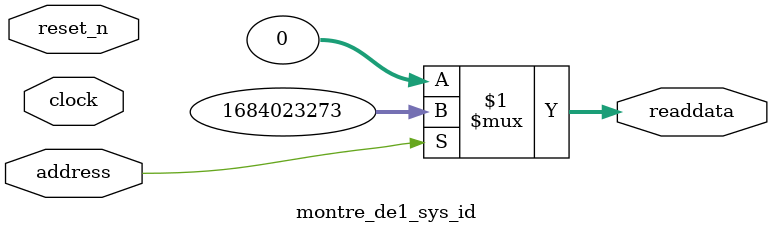
<source format=v>

`timescale 1ns / 1ps
// synthesis translate_on

// turn off superfluous verilog processor warnings 
// altera message_level Level1 
// altera message_off 10034 10035 10036 10037 10230 10240 10030 

module montre_de1_sys_id (
               // inputs:
                address,
                clock,
                reset_n,

               // outputs:
                readdata
             )
;

  output  [ 31: 0] readdata;
  input            address;
  input            clock;
  input            reset_n;

  wire    [ 31: 0] readdata;
  //control_slave, which is an e_avalon_slave
  assign readdata = address ? 1684023273 : 0;

endmodule




</source>
